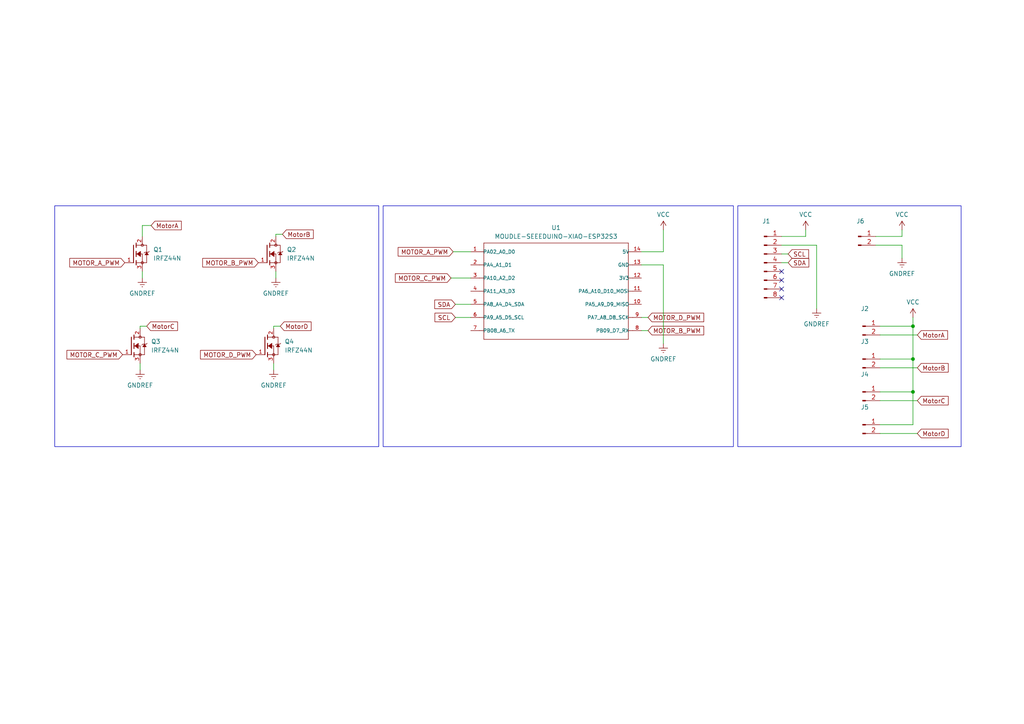
<source format=kicad_sch>
(kicad_sch (version 20230121) (generator eeschema)
  (paper "A4")
  (lib_symbols
    (symbol "Connector:Conn_01x02_Pin" (pin_names (offset 1.016) hide)
      (property "Reference" "J" (at 0 2.54 0))
      (property "Value" "Conn_01x02_Pin" (at 0 -5.08 0))
      (symbol "Conn_01x02_Pin_1_1"
        (polyline (pts (xy 1.27 -2.54) (xy 0.8636 -2.54)) (stroke (width 0.1524)))
        (polyline (pts (xy 1.27 0) (xy 0.8636 0)) (stroke (width 0.1524)))
        (rectangle (start 0.8636 -2.413) (end 0 -2.667) (stroke (width 0.1524)) (fill (type outline)))
        (rectangle (start 0.8636 0.127) (end 0 -0.127) (stroke (width 0.1524)) (fill (type outline)))
        (pin passive line (at 5.08 0 180) (length 3.81) (name "Pin_1") (number "1"))
        (pin passive line (at 5.08 -2.54 180) (length 3.81) (name "Pin_2") (number "2"))
      )
    )
    (symbol "Connector:Conn_01x08_Pin" (pin_names (offset 1.016) hide)
      (property "Reference" "J" (at 0 10.16 0))
      (property "Value" "Conn_01x08_Pin" (at 0 -12.7 0))
      (symbol "Conn_01x08_Pin_1_1"
        (polyline (pts (xy 1.27 -10.16) (xy 0.8636 -10.16)) (stroke (width 0.1524)))
        (polyline (pts (xy 1.27 -7.62) (xy 0.8636 -7.62)) (stroke (width 0.1524)))
        (polyline (pts (xy 1.27 -5.08) (xy 0.8636 -5.08)) (stroke (width 0.1524)))
        (polyline (pts (xy 1.27 -2.54) (xy 0.8636 -2.54)) (stroke (width 0.1524)))
        (polyline (pts (xy 1.27 0) (xy 0.8636 0)) (stroke (width 0.1524)))
        (polyline (pts (xy 1.27 2.54) (xy 0.8636 2.54)) (stroke (width 0.1524)))
        (polyline (pts (xy 1.27 5.08) (xy 0.8636 5.08)) (stroke (width 0.1524)))
        (polyline (pts (xy 1.27 7.62) (xy 0.8636 7.62)) (stroke (width 0.1524)))
        (rectangle (start 0.8636 -10.033) (end 0 -10.287) (stroke (width 0.1524)) (fill (type outline)))
        (rectangle (start 0.8636 -7.493) (end 0 -7.747) (stroke (width 0.1524)) (fill (type outline)))
        (rectangle (start 0.8636 -4.953) (end 0 -5.207) (stroke (width 0.1524)) (fill (type outline)))
        (rectangle (start 0.8636 -2.413) (end 0 -2.667) (stroke (width 0.1524)) (fill (type outline)))
        (rectangle (start 0.8636 0.127) (end 0 -0.127) (stroke (width 0.1524)) (fill (type outline)))
        (rectangle (start 0.8636 2.667) (end 0 2.413) (stroke (width 0.1524)) (fill (type outline)))
        (rectangle (start 0.8636 5.207) (end 0 4.953) (stroke (width 0.1524)) (fill (type outline)))
        (rectangle (start 0.8636 7.747) (end 0 7.493) (stroke (width 0.1524)) (fill (type outline)))
        (pin passive line (at 5.08 7.62 180) (length 3.81) (name "Pin_1") (number "1"))
        (pin passive line (at 5.08 5.08 180) (length 3.81) (name "Pin_2") (number "2"))
        (pin passive line (at 5.08 2.54 180) (length 3.81) (name "Pin_3") (number "3"))
        (pin passive line (at 5.08 0 180) (length 3.81) (name "Pin_4") (number "4"))
        (pin passive line (at 5.08 -2.54 180) (length 3.81) (name "Pin_5") (number "5"))
        (pin passive line (at 5.08 -5.08 180) (length 3.81) (name "Pin_6") (number "6"))
        (pin passive line (at 5.08 -7.62 180) (length 3.81) (name "Pin_7") (number "7"))
        (pin passive line (at 5.08 -10.16 180) (length 3.81) (name "Pin_8") (number "8"))
      )
    )
    (symbol "IRFZ44N:IRFZ44N" (pin_names (offset 1.016))
      (property "Reference" "Q" (at -8.89 2.54 0))
      (property "Value" "IRFZ44N" (at -8.89 -7.62 0))
      (symbol "IRFZ44N_0_0"
        (polyline (pts (xy 0 2.54) (xy 0 -2.54)) (stroke (width 0.254)))
        (polyline (pts (xy 0.762 -2.54) (xy 0.762 -3.175)) (stroke (width 0.254)))
        (polyline (pts (xy 0.762 -1.905) (xy 0.762 -2.54)) (stroke (width 0.254)))
        (polyline (pts (xy 0.762 0) (xy 0.762 -0.762)) (stroke (width 0.254)))
        (polyline (pts (xy 0.762 0) (xy 2.54 0)) (stroke (width 0.1524)))
        (polyline (pts (xy 0.762 0.762) (xy 0.762 0)) (stroke (width 0.254)))
        (polyline (pts (xy 0.762 2.54) (xy 0.762 1.905)) (stroke (width 0.254)))
        (polyline (pts (xy 0.762 2.54) (xy 3.81 2.54)) (stroke (width 0.1524)))
        (polyline (pts (xy 0.762 3.175) (xy 0.762 2.54)) (stroke (width 0.254)))
        (polyline (pts (xy 2.54 -2.54) (xy 0.762 -2.54)) (stroke (width 0.1524)))
        (polyline (pts (xy 2.54 -2.54) (xy 3.81 -2.54)) (stroke (width 0.1524)))
        (polyline (pts (xy 2.54 0) (xy 2.54 -2.54)) (stroke (width 0.1524)))
        (polyline (pts (xy 3.302 0.508) (xy 3.048 0.254)) (stroke (width 0.1524)))
        (polyline (pts (xy 3.81 0.508) (xy 3.302 0.508)) (stroke (width 0.1524)))
        (polyline (pts (xy 3.81 0.508) (xy 3.81 -2.54)) (stroke (width 0.1524)))
        (polyline (pts (xy 3.81 2.54) (xy 3.81 0.508)) (stroke (width 0.1524)))
        (polyline (pts (xy 4.318 0.508) (xy 3.81 0.508)) (stroke (width 0.1524)))
        (polyline (pts (xy 4.572 0.762) (xy 4.318 0.508)) (stroke (width 0.1524)))
        (polyline (pts (xy 1.016 0) (xy 2.032 0.762) (xy 2.032 -0.762) (xy 1.016 0)) (stroke (width 0.1524)) (fill (type outline)))
        (polyline (pts (xy 3.81 0.508) (xy 3.302 -0.254) (xy 4.318 -0.254) (xy 3.81 0.508)) (stroke (width 0.1524)) (fill (type outline)))
        (circle (center 2.54 -2.54) (radius 0.3592))
        (circle (center 2.54 2.54) (radius 0.3592))
        (pin passive line (at -2.54 -2.54 0) (length 2.54) (name "~") (number "1"))
        (pin passive line (at 2.54 5.08 270) (length 2.54) (name "~") (number "2"))
        (pin passive line (at 2.54 -5.08 90) (length 2.54) (name "~") (number "3"))
      )
    )
    (symbol "Xiao_ESP:MOUDLE-SEEEDUINO-XIAO-ESP32S3" (pin_names (offset 1.016))
      (property "Reference" "U" (at -21.59 15.24 0))
      (property "Value" "MOUDLE-SEEEDUINO-XIAO-ESP32S3" (at -21.59 13.97 0))
      (symbol "MOUDLE-SEEEDUINO-XIAO-ESP32S3_0_0"
        (polyline (pts (xy -21.59 -13.97) (xy -21.59 0)) (stroke (width 0.1524)))
        (polyline (pts (xy -21.59 -11.43) (xy -22.86 -11.43)) (stroke (width 0.1524)))
        (polyline (pts (xy -21.59 -7.62) (xy -22.86 -7.62)) (stroke (width 0.1524)))
        (polyline (pts (xy -21.59 -3.81) (xy -22.86 -3.81)) (stroke (width 0.1524)))
        (polyline (pts (xy -21.59 0) (xy -22.86 0)) (stroke (width 0.1524)))
        (polyline (pts (xy -21.59 0) (xy -21.59 3.81)) (stroke (width 0.1524)))
        (polyline (pts (xy -21.59 3.81) (xy -22.86 3.81)) (stroke (width 0.1524)))
        (polyline (pts (xy -21.59 3.81) (xy -21.59 7.62)) (stroke (width 0.1524)))
        (polyline (pts (xy -21.59 7.62) (xy -22.86 7.62)) (stroke (width 0.1524)))
        (polyline (pts (xy -21.59 7.62) (xy -21.59 11.43)) (stroke (width 0.1524)))
        (polyline (pts (xy -21.59 11.43) (xy -22.86 11.43)) (stroke (width 0.1524)))
        (polyline (pts (xy -21.59 11.43) (xy -21.59 13.97)) (stroke (width 0.1524)))
        (polyline (pts (xy -21.59 13.97) (xy 20.32 13.97)) (stroke (width 0.1524)))
        (polyline (pts (xy 20.32 -13.97) (xy -21.59 -13.97)) (stroke (width 0.1524)))
        (polyline (pts (xy 20.32 3.81) (xy 20.32 -13.97)) (stroke (width 0.1524)))
        (polyline (pts (xy 20.32 7.62) (xy 20.32 3.81)) (stroke (width 0.1524)))
        (polyline (pts (xy 20.32 11.43) (xy 20.32 7.62)) (stroke (width 0.1524)))
        (polyline (pts (xy 20.32 13.97) (xy 20.32 11.43)) (stroke (width 0.1524)))
        (polyline (pts (xy 21.59 -11.43) (xy 20.32 -11.43)) (stroke (width 0.1524)))
        (polyline (pts (xy 21.59 -7.62) (xy 20.32 -7.62)) (stroke (width 0.1524)))
        (polyline (pts (xy 21.59 -3.81) (xy 20.32 -3.81)) (stroke (width 0.1524)))
        (polyline (pts (xy 21.59 0) (xy 20.32 0)) (stroke (width 0.1524)))
        (polyline (pts (xy 21.59 3.81) (xy 20.32 3.81)) (stroke (width 0.1524)))
        (polyline (pts (xy 21.59 7.62) (xy 20.32 7.62)) (stroke (width 0.1524)))
        (polyline (pts (xy 21.59 11.43) (xy 20.32 11.43)) (stroke (width 0.1524)))
        (pin bidirectional line (at -25.4 11.43 0) (length 2.54) (name "PA02_A0_D0") (number "1"))
        (pin bidirectional line (at 24.13 -3.81 180) (length 2.54) (name "PA5_A9_D9_MISO") (number "10"))
        (pin bidirectional line (at 24.13 0 180) (length 2.54) (name "PA6_A10_D10_MOSI") (number "11"))
        (pin bidirectional line (at 24.13 3.81 180) (length 2.54) (name "3V3") (number "12"))
        (pin bidirectional line (at 24.13 7.62 180) (length 2.54) (name "GND") (number "13"))
        (pin bidirectional line (at 24.13 11.43 180) (length 2.54) (name "5V") (number "14"))
        (pin bidirectional line (at -25.4 7.62 0) (length 2.54) (name "PA4_A1_D1") (number "2"))
        (pin bidirectional line (at -25.4 3.81 0) (length 2.54) (name "PA10_A2_D2") (number "3"))
        (pin bidirectional line (at -25.4 0 0) (length 2.54) (name "PA11_A3_D3") (number "4"))
        (pin bidirectional line (at -25.4 -3.81 0) (length 2.54) (name "PA8_A4_D4_SDA") (number "5"))
        (pin bidirectional line (at -25.4 -7.62 0) (length 2.54) (name "PA9_A5_D5_SCL") (number "6"))
        (pin bidirectional line (at -25.4 -11.43 0) (length 2.54) (name "PB08_A6_TX") (number "7"))
        (pin bidirectional line (at 24.13 -11.43 180) (length 2.54) (name "PB09_D7_RX") (number "8"))
        (pin bidirectional line (at 24.13 -7.62 180) (length 2.54) (name "PA7_A8_D8_SCK") (number "9"))
      )
    )
    (symbol "power:GNDREF" (power) (pin_names (offset 0))
      (property "Value" "GNDREF" (at 0 -3.81 0))
      (symbol "GNDREF_0_1"
        (polyline (pts (xy -0.635 -1.905) (xy 0.635 -1.905)))
        (polyline (pts (xy -0.127 -2.54) (xy 0.127 -2.54)))
        (polyline (pts (xy 0 -1.27) (xy 0 0)))
        (polyline (pts (xy 1.27 -1.27) (xy -1.27 -1.27)))
      )
      (symbol "GNDREF_1_1"
        (pin power_in line (at 0 0 270) (length 0) hide (name "GNDREF") (number "1"))
      )
    )
    (symbol "power:VCC" (power) (pin_names (offset 0))
      (property "Value" "VCC" (at 0 3.81 0))
      (symbol "VCC_0_1"
        (polyline (pts (xy -0.762 1.27) (xy 0 2.54)))
        (polyline (pts (xy 0 0) (xy 0 2.54)))
        (polyline (pts (xy 0 2.54) (xy 0.762 1.27)))
      )
      (symbol "VCC_1_1"
        (pin power_in line (at 0 0 90) (length 0) hide (name "VCC") (number "1"))
      )
    )
  )
  (junction (at 264.795 104.14))
  (junction (at 264.795 113.665))
  (junction (at 264.795 94.615))
  (no_connect (at 226.695 86.36))
  (no_connect (at 226.695 81.28))
  (no_connect (at 226.695 78.74))
  (no_connect (at 226.695 83.82))
  (wire (pts (xy 255.27 113.665) (xy 264.795 113.665)))
  (wire (pts (xy 233.68 66.675) (xy 233.68 68.58)))
  (wire (pts (xy 264.795 104.14) (xy 264.795 113.665)))
  (wire (pts (xy 255.27 106.68) (xy 266.065 106.68)))
  (wire (pts (xy 40.64 94.615) (xy 40.64 95.25)))
  (wire (pts (xy 192.405 76.835) (xy 192.405 99.695)))
  (wire (pts (xy 261.62 66.675) (xy 261.62 68.58)))
  (wire (pts (xy 264.795 104.14) (xy 264.795 94.615)))
  (wire (pts (xy 226.695 68.58) (xy 233.68 68.58)))
  (wire (pts (xy 79.375 94.615) (xy 81.28 94.615)))
  (wire (pts (xy 255.27 125.73) (xy 266.065 125.73)))
  (wire (pts (xy 79.375 105.41) (xy 79.375 107.315)))
  (wire (pts (xy 41.275 78.74) (xy 41.275 80.645)))
  (wire (pts (xy 192.405 73.025) (xy 192.405 66.675)))
  (wire (pts (xy 80.01 67.945) (xy 80.01 68.58)))
  (wire (pts (xy 226.695 71.12) (xy 236.855 71.12)))
  (wire (pts (xy 261.62 71.12) (xy 261.62 74.93)))
  (wire (pts (xy 255.27 123.19) (xy 264.795 123.19)))
  (wire (pts (xy 254 71.12) (xy 261.62 71.12)))
  (wire (pts (xy 79.375 94.615) (xy 79.375 95.25)))
  (wire (pts (xy 132.08 88.265) (xy 136.525 88.265)))
  (wire (pts (xy 186.055 76.835) (xy 192.405 76.835)))
  (wire (pts (xy 186.055 73.025) (xy 192.405 73.025)))
  (wire (pts (xy 186.055 95.885) (xy 187.96 95.885)))
  (wire (pts (xy 255.27 116.205) (xy 266.065 116.205)))
  (wire (pts (xy 226.695 73.66) (xy 228.6 73.66)))
  (wire (pts (xy 80.01 67.945) (xy 81.915 67.945)))
  (wire (pts (xy 236.855 71.12) (xy 236.855 89.535)))
  (wire (pts (xy 254 68.58) (xy 261.62 68.58)))
  (wire (pts (xy 41.275 65.405) (xy 41.275 68.58)))
  (wire (pts (xy 43.815 65.405) (xy 41.275 65.405)))
  (wire (pts (xy 264.795 94.615) (xy 264.795 92.075)))
  (wire (pts (xy 255.27 97.155) (xy 266.065 97.155)))
  (wire (pts (xy 255.27 104.14) (xy 264.795 104.14)))
  (wire (pts (xy 131.445 73.025) (xy 136.525 73.025)))
  (wire (pts (xy 40.64 105.41) (xy 40.64 107.315)))
  (wire (pts (xy 130.81 80.645) (xy 136.525 80.645)))
  (wire (pts (xy 255.27 94.615) (xy 264.795 94.615)))
  (wire (pts (xy 226.695 76.2) (xy 228.6 76.2)))
  (wire (pts (xy 186.055 92.075) (xy 187.96 92.075)))
  (wire (pts (xy 80.01 78.74) (xy 80.01 80.645)))
  (wire (pts (xy 132.08 92.075) (xy 136.525 92.075)))
  (wire (pts (xy 40.64 94.615) (xy 42.545 94.615)))
  (wire (pts (xy 264.795 113.665) (xy 264.795 123.19)))
  (rectangle (start 15.875 59.69) (end 109.855 129.54))
  (rectangle (start 111.125 59.69) (end 212.725 129.54))
  (rectangle (start 213.995 59.69) (end 278.765 129.54))
  (global_label "MotorD" (shape input) (at 266.065 125.73 0) (property "Intersheetrefs" "${INTERSHEET_REFS}" (effects hide)))
  (global_label "MotorD" (shape input) (at 81.28 94.615 0) (property "Intersheetrefs" "${INTERSHEET_REFS}" (effects hide)))
  (global_label "MOTOR_C_PWM" (shape input) (at 35.56 102.87 180) (property "Intersheetrefs" "${INTERSHEET_REFS}" (effects hide)))
  (global_label "MOTOR_B_PWM" (shape input) (at 187.96 95.885 0) (property "Intersheetrefs" "${INTERSHEET_REFS}" (effects hide)))
  (global_label "MOTOR_D_PWM" (shape input) (at 187.96 92.075 0) (property "Intersheetrefs" "${INTERSHEET_REFS}" (effects hide)))
  (global_label "MotorC" (shape input) (at 266.065 116.205 0) (property "Intersheetrefs" "${INTERSHEET_REFS}" (effects hide)))
  (global_label "MotorA" (shape input) (at 266.065 97.155 0) (property "Intersheetrefs" "${INTERSHEET_REFS}" (effects hide)))
  (global_label "MotorB" (shape input) (at 81.915 67.945 0) (property "Intersheetrefs" "${INTERSHEET_REFS}" (effects hide)))
  (global_label "SDA" (shape input) (at 132.08 88.265 180) (property "Intersheetrefs" "${INTERSHEET_REFS}" (effects hide)))
  (global_label "MOTOR_A_PWM" (shape input) (at 36.195 76.2 180) (property "Intersheetrefs" "${INTERSHEET_REFS}" (effects hide)))
  (global_label "SDA" (shape input) (at 228.6 76.2 0) (property "Intersheetrefs" "${INTERSHEET_REFS}" (effects hide)))
  (global_label "MOTOR_D_PWM" (shape input) (at 74.295 102.87 180) (property "Intersheetrefs" "${INTERSHEET_REFS}" (effects hide)))
  (global_label "SCL" (shape input) (at 228.6 73.66 0) (property "Intersheetrefs" "${INTERSHEET_REFS}" (effects hide)))
  (global_label "MOTOR_A_PWM" (shape input) (at 131.445 73.025 180) (property "Intersheetrefs" "${INTERSHEET_REFS}" (effects hide)))
  (global_label "SCL" (shape input) (at 132.08 92.075 180) (property "Intersheetrefs" "${INTERSHEET_REFS}" (effects hide)))
  (global_label "MotorB" (shape input) (at 266.065 106.68 0) (property "Intersheetrefs" "${INTERSHEET_REFS}" (effects hide)))
  (global_label "MotorA" (shape input) (at 43.815 65.405 0) (property "Intersheetrefs" "${INTERSHEET_REFS}" (effects hide)))
  (global_label "MotorC" (shape input) (at 42.545 94.615 0) (property "Intersheetrefs" "${INTERSHEET_REFS}" (effects hide)))
  (global_label "MOTOR_C_PWM" (shape input) (at 130.81 80.645 180) (property "Intersheetrefs" "${INTERSHEET_REFS}" (effects hide)))
  (global_label "MOTOR_B_PWM" (shape input) (at 74.93 76.2 180) (property "Intersheetrefs" "${INTERSHEET_REFS}" (effects hide)))
  (symbol (lib_id "power:GNDREF") (at 80.01 80.645 0) (unit 1)
    (property "Reference" "#PWR02" (effects hide))
    (property "Value" "GNDREF" (at 80.01 85.09 0))
  )
  (symbol (lib_id "IRFZ44N:IRFZ44N") (at 38.735 73.66 0) (unit 1)
    (property "Reference" "Q1" (at 44.45 72.39 0) (effects (justify left)))
    (property "Value" "IRFZ44N" (at 44.45 74.93 0) (effects (justify left)))
    (property "Footprint" "IRFZ44N:irfz44n" (effects hide))
  )
  (symbol (lib_id "power:GNDREF") (at 79.375 107.315 0) (unit 1)
    (property "Reference" "#PWR04" (effects hide))
    (property "Value" "GNDREF" (at 79.375 111.76 0))
  )
  (symbol (lib_id "power:VCC") (at 192.405 66.675 0) (unit 1)
    (property "Reference" "#PWR09" (effects hide))
    (property "Value" "VCC" (at 192.405 62.23 0))
  )
  (symbol (lib_id "Connector:Conn_01x02_Pin") (at 248.92 68.58 0) (unit 1)
    (property "Reference" "J6" (at 249.555 64.135 0))
    (property "Value" "Conn_01x02_Pin" (effects hide))
    (property "Footprint" "Connector_PinHeader_2.54mm:PinHeader_1x02_P2.54mm_Vertical" (effects hide))
  )
  (symbol (lib_id "Connector:Conn_01x02_Pin") (at 250.19 94.615 0) (unit 1)
    (property "Reference" "J2" (at 250.825 89.535 0))
    (property "Value" "Conn_01x02_Pin" (effects hide))
    (property "Footprint" "Connector_PinHeader_2.54mm:PinHeader_1x02_P2.54mm_Vertical" (effects hide))
  )
  (symbol (lib_id "power:VCC") (at 261.62 66.675 0) (unit 1)
    (property "Reference" "#PWR014" (effects hide))
    (property "Value" "VCC" (at 261.62 62.23 0))
  )
  (symbol (lib_id "power:VCC") (at 264.795 92.075 0) (unit 1)
    (property "Reference" "#PWR05" (effects hide))
    (property "Value" "VCC" (at 264.795 87.63 0))
  )
  (symbol (lib_id "power:GNDREF") (at 41.275 80.645 0) (unit 1)
    (property "Reference" "#PWR01" (effects hide))
    (property "Value" "GNDREF" (at 41.275 85.09 0))
  )
  (symbol (lib_id "Connector:Conn_01x08_Pin") (at 221.615 76.2 0) (unit 1)
    (property "Reference" "J1" (at 222.25 64.135 0))
    (property "Value" "Conn_01x08_Pin" (effects hide))
    (property "Footprint" "Connector_PinHeader_2.54mm:PinHeader_1x08_P2.54mm_Vertical" (effects hide))
  )
  (symbol (lib_id "IRFZ44N:IRFZ44N") (at 77.47 73.66 0) (unit 1)
    (property "Reference" "Q2" (at 83.185 72.39 0) (effects (justify left)))
    (property "Value" "IRFZ44N" (at 83.185 74.93 0) (effects (justify left)))
    (property "Footprint" "IRFZ44N:irfz44n" (effects hide))
  )
  (symbol (lib_id "Connector:Conn_01x02_Pin") (at 250.19 123.19 0) (unit 1)
    (property "Reference" "J5" (at 250.825 118.11 0))
    (property "Value" "Conn_01x02_Pin" (effects hide))
    (property "Footprint" "Connector_PinHeader_2.54mm:PinHeader_1x02_P2.54mm_Vertical" (effects hide))
  )
  (symbol (lib_id "IRFZ44N:IRFZ44N") (at 38.1 100.33 0) (unit 1)
    (property "Reference" "Q3" (at 43.815 99.06 0) (effects (justify left)))
    (property "Value" "IRFZ44N" (at 43.815 101.6 0) (effects (justify left)))
    (property "Footprint" "IRFZ44N:irfz44n" (effects hide))
  )
  (symbol (lib_id "power:GNDREF") (at 236.855 89.535 0) (unit 1)
    (property "Reference" "#PWR012" (effects hide))
    (property "Value" "GNDREF" (at 236.855 93.98 0))
  )
  (symbol (lib_id "Xiao_ESP:MOUDLE-SEEEDUINO-XIAO-ESP32S3") (at 161.925 84.455 0) (unit 1)
    (property "Reference" "U1" (at 161.29 66.04 0))
    (property "Value" "MOUDLE-SEEEDUINO-XIAO-ESP32S3" (at 161.29 68.58 0))
    (property "Footprint" "Xiao_Esp32:Xiao_esp32s3_sense" (effects hide))
  )
  (symbol (lib_id "power:GNDREF") (at 192.405 99.695 0) (unit 1)
    (property "Reference" "#PWR010" (effects hide))
    (property "Value" "GNDREF" (at 192.405 104.14 0))
  )
  (symbol (lib_id "IRFZ44N:IRFZ44N") (at 76.835 100.33 0) (unit 1)
    (property "Reference" "Q4" (at 82.55 99.06 0) (effects (justify left)))
    (property "Value" "IRFZ44N" (at 82.55 101.6 0) (effects (justify left)))
    (property "Footprint" "IRFZ44N:irfz44n" (effects hide))
  )
  (symbol (lib_id "power:GNDREF") (at 261.62 74.93 0) (unit 1)
    (property "Reference" "#PWR015" (effects hide))
    (property "Value" "GNDREF" (at 261.62 79.375 0))
  )
  (symbol (lib_id "power:VCC") (at 233.68 66.675 0) (unit 1)
    (property "Reference" "#PWR011" (effects hide))
    (property "Value" "VCC" (at 233.68 62.23 0))
  )
  (symbol (lib_id "Connector:Conn_01x02_Pin") (at 250.19 113.665 0) (unit 1)
    (property "Reference" "J4" (at 250.825 108.585 0))
    (property "Value" "Conn_01x02_Pin" (effects hide))
    (property "Footprint" "Connector_PinHeader_2.54mm:PinHeader_1x02_P2.54mm_Vertical" (effects hide))
  )
  (symbol (lib_id "power:GNDREF") (at 40.64 107.315 0) (unit 1)
    (property "Reference" "#PWR03" (effects hide))
    (property "Value" "GNDREF" (at 40.64 111.76 0))
  )
  (symbol (lib_id "Connector:Conn_01x02_Pin") (at 250.19 104.14 0) (unit 1)
    (property "Reference" "J3" (at 250.825 99.06 0))
    (property "Value" "Conn_01x02_Pin" (effects hide))
    (property "Footprint" "Connector_PinHeader_2.54mm:PinHeader_1x02_P2.54mm_Vertical" (effects hide))
  )
)
</source>
